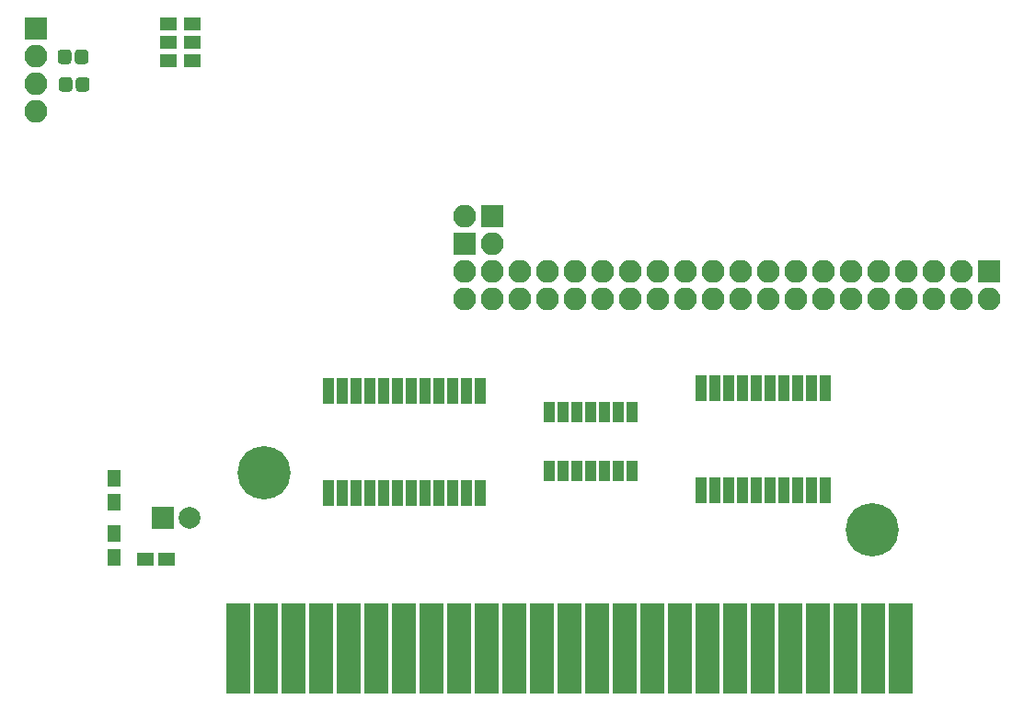
<source format=gbr>
G04 #@! TF.GenerationSoftware,KiCad,Pcbnew,5.1.6~rc1+dfsg1-1*
G04 #@! TF.CreationDate,2020-05-03T13:17:22-07:00*
G04 #@! TF.ProjectId,rpmpv1,72706d70-7631-42e6-9b69-6361645f7063,rev?*
G04 #@! TF.SameCoordinates,Original*
G04 #@! TF.FileFunction,Soldermask,Bot*
G04 #@! TF.FilePolarity,Negative*
%FSLAX46Y46*%
G04 Gerber Fmt 4.6, Leading zero omitted, Abs format (unit mm)*
G04 Created by KiCad (PCBNEW 5.1.6~rc1+dfsg1-1) date 2020-05-03 13:17:22*
%MOMM*%
%LPD*%
G01*
G04 APERTURE LIST*
%ADD10O,2.100000X2.100000*%
%ADD11R,2.100000X2.100000*%
%ADD12R,1.000000X2.400000*%
%ADD13R,1.600000X1.300000*%
%ADD14R,1.300000X1.600000*%
%ADD15R,1.000000X1.900000*%
%ADD16R,1.000000X2.350000*%
%ADD17R,1.600000X1.150000*%
%ADD18C,4.900000*%
%ADD19R,2.200000X8.400000*%
%ADD20R,2.000000X2.000000*%
%ADD21C,2.000000*%
G04 APERTURE END LIST*
D10*
X147764000Y-77673200D03*
X147764000Y-75133200D03*
X150304000Y-77673200D03*
X150304000Y-75133200D03*
X152844000Y-77673200D03*
X152844000Y-75133200D03*
X155384000Y-77673200D03*
X155384000Y-75133200D03*
X157924000Y-77673200D03*
X157924000Y-75133200D03*
X160464000Y-77673200D03*
X160464000Y-75133200D03*
X163004000Y-77673200D03*
X163004000Y-75133200D03*
X165544000Y-77673200D03*
X165544000Y-75133200D03*
X168084000Y-77673200D03*
X168084000Y-75133200D03*
X170624000Y-77673200D03*
X170624000Y-75133200D03*
X173164000Y-77673200D03*
X173164000Y-75133200D03*
X175704000Y-77673200D03*
X175704000Y-75133200D03*
X178244000Y-77673200D03*
X178244000Y-75133200D03*
X180784000Y-77673200D03*
X180784000Y-75133200D03*
X183324000Y-77673200D03*
X183324000Y-75133200D03*
X185864000Y-77673200D03*
X185864000Y-75133200D03*
X188404000Y-77673200D03*
X188404000Y-75133200D03*
X190944000Y-77673200D03*
X190944000Y-75133200D03*
X193484000Y-77673200D03*
X193484000Y-75133200D03*
X196024000Y-77673200D03*
D11*
X196024000Y-75133200D03*
D12*
X149225000Y-95505000D03*
X147955000Y-95505000D03*
X146685000Y-95505000D03*
X145415000Y-95505000D03*
X144145000Y-95505000D03*
X142875000Y-95505000D03*
X141605000Y-95505000D03*
X140335000Y-95505000D03*
X139065000Y-95505000D03*
X137795000Y-95505000D03*
X136525000Y-95505000D03*
X135255000Y-95505000D03*
X135255000Y-86105000D03*
X136525000Y-86105000D03*
X137795000Y-86105000D03*
X139065000Y-86105000D03*
X140335000Y-86105000D03*
X141605000Y-86105000D03*
X142875000Y-86105000D03*
X144145000Y-86105000D03*
X145415000Y-86105000D03*
X146685000Y-86105000D03*
X147955000Y-86105000D03*
X149225000Y-86105000D03*
D13*
X120502000Y-55753000D03*
X122702000Y-55753000D03*
D14*
X115570000Y-101430000D03*
X115570000Y-99230000D03*
D13*
X120502000Y-52324000D03*
X122702000Y-52324000D03*
D15*
X163195000Y-93505000D03*
X161925000Y-93505000D03*
X160655000Y-93505000D03*
X159385000Y-93505000D03*
X158115000Y-93505000D03*
X156845000Y-93505000D03*
X155575000Y-93505000D03*
X155575000Y-88105000D03*
X156845000Y-88105000D03*
X158115000Y-88105000D03*
X159385000Y-88105000D03*
X160655000Y-88105000D03*
X161925000Y-88105000D03*
X163195000Y-88105000D03*
D11*
X108331000Y-52768500D03*
D10*
X108331000Y-55308500D03*
X108331000Y-57848500D03*
X108331000Y-60388500D03*
D14*
X115570000Y-96350000D03*
X115570000Y-94150000D03*
D13*
X120502000Y-54038500D03*
X122702000Y-54038500D03*
D16*
X180975000Y-95252000D03*
X179705000Y-95252000D03*
X178435000Y-95252000D03*
X177165000Y-95252000D03*
X175895000Y-95252000D03*
X174625000Y-95252000D03*
X173355000Y-95252000D03*
X172085000Y-95252000D03*
X170815000Y-95252000D03*
X169545000Y-95252000D03*
X169545000Y-85852000D03*
X170815000Y-85852000D03*
X172085000Y-85852000D03*
X173355000Y-85852000D03*
X174625000Y-85852000D03*
X175895000Y-85852000D03*
X177165000Y-85852000D03*
X178435000Y-85852000D03*
X179705000Y-85852000D03*
X180975000Y-85852000D03*
D17*
X118430000Y-101600000D03*
X120330000Y-101600000D03*
D18*
X185323640Y-98897440D03*
D19*
X187939840Y-109827440D03*
X185399840Y-109827440D03*
X182859840Y-109827440D03*
X180319840Y-109827440D03*
X177779840Y-109827440D03*
X175239840Y-109827440D03*
X172699840Y-109827440D03*
X170159840Y-109827440D03*
X167619840Y-109827440D03*
X165079840Y-109827440D03*
X162539840Y-109827440D03*
X159999840Y-109827440D03*
X157459840Y-109827440D03*
X154919840Y-109827440D03*
X152379840Y-109827440D03*
X149839840Y-109827440D03*
X147299840Y-109827440D03*
X144759840Y-109827440D03*
X142219840Y-109827440D03*
X139679840Y-109827440D03*
X137139840Y-109827440D03*
X134599840Y-109827440D03*
X132059840Y-109827440D03*
X129519840Y-109827440D03*
X126979840Y-109827440D03*
D18*
X129324260Y-93695520D03*
D11*
X147760000Y-72594500D03*
D10*
X150300000Y-72594500D03*
X147760000Y-70054500D03*
D11*
X150300000Y-70054500D03*
D20*
X120015000Y-97790000D03*
D21*
X122515000Y-97790000D03*
G36*
G01*
X111910000Y-55728250D02*
X111910000Y-55015750D01*
G75*
G02*
X112228750Y-54697000I318750J0D01*
G01*
X112866250Y-54697000D01*
G75*
G02*
X113185000Y-55015750I0J-318750D01*
G01*
X113185000Y-55728250D01*
G75*
G02*
X112866250Y-56047000I-318750J0D01*
G01*
X112228750Y-56047000D01*
G75*
G02*
X111910000Y-55728250I0J318750D01*
G01*
G37*
G36*
G01*
X110335000Y-55728250D02*
X110335000Y-55015750D01*
G75*
G02*
X110653750Y-54697000I318750J0D01*
G01*
X111291250Y-54697000D01*
G75*
G02*
X111610000Y-55015750I0J-318750D01*
G01*
X111610000Y-55728250D01*
G75*
G02*
X111291250Y-56047000I-318750J0D01*
G01*
X110653750Y-56047000D01*
G75*
G02*
X110335000Y-55728250I0J318750D01*
G01*
G37*
G36*
G01*
X110437000Y-58268250D02*
X110437000Y-57555750D01*
G75*
G02*
X110755750Y-57237000I318750J0D01*
G01*
X111393250Y-57237000D01*
G75*
G02*
X111712000Y-57555750I0J-318750D01*
G01*
X111712000Y-58268250D01*
G75*
G02*
X111393250Y-58587000I-318750J0D01*
G01*
X110755750Y-58587000D01*
G75*
G02*
X110437000Y-58268250I0J318750D01*
G01*
G37*
G36*
G01*
X112012000Y-58268250D02*
X112012000Y-57555750D01*
G75*
G02*
X112330750Y-57237000I318750J0D01*
G01*
X112968250Y-57237000D01*
G75*
G02*
X113287000Y-57555750I0J-318750D01*
G01*
X113287000Y-58268250D01*
G75*
G02*
X112968250Y-58587000I-318750J0D01*
G01*
X112330750Y-58587000D01*
G75*
G02*
X112012000Y-58268250I0J318750D01*
G01*
G37*
M02*

</source>
